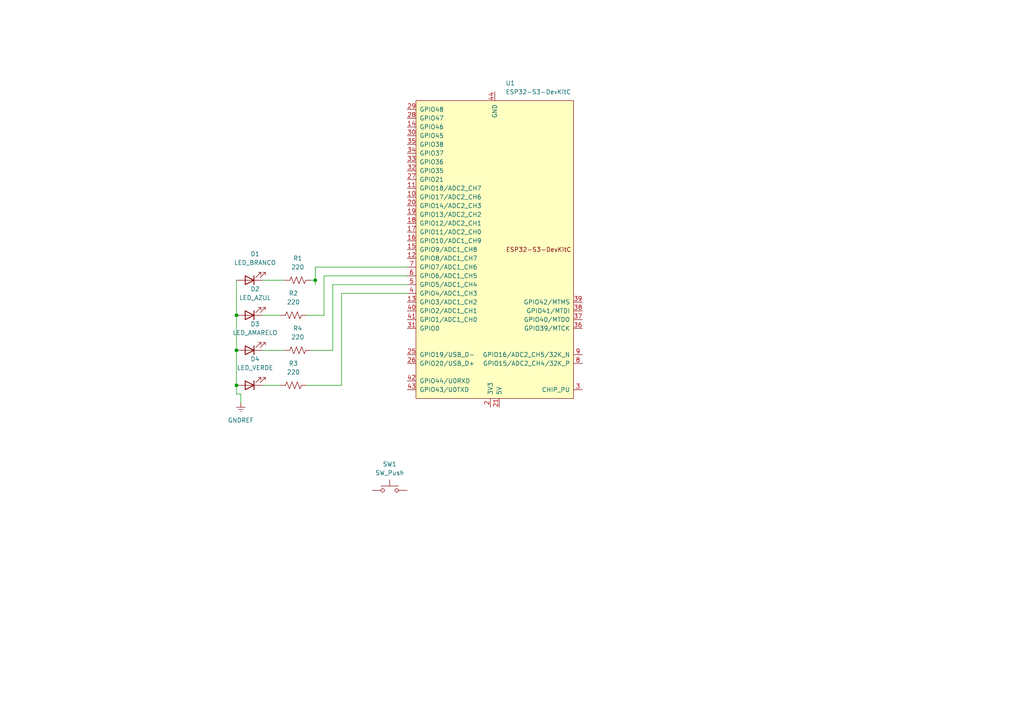
<source format=kicad_sch>
(kicad_sch (version 20250114) (generator "eeschema") (generator_version "9.0")
  (paper "A4")
  (title_block (title "SystemEmbebbed ATV03") (date "2025-04-30") (rev "V 0.0.01") (company "Adriel Cassimiro "))
  (lib_symbols
    (symbol "Device:LED" (pin_numbers (hide yes)) (pin_names (offset 1.016) (hide yes))
      (property "Reference" "D" (at 0 2.54 0))
      (property "Value" "LED" (at 0 -2.54 0))
      (symbol "LED_0_1"
        (polyline (pts (xy -3.048 -0.762) (xy -4.572 -2.286) (xy -3.81 -2.286) (xy -4.572 -2.286) (xy -4.572 -1.524)))
        (polyline (pts (xy -1.778 -0.762) (xy -3.302 -2.286) (xy -2.54 -2.286) (xy -3.302 -2.286) (xy -3.302 -1.524)))
        (polyline (pts (xy -1.27 0) (xy 1.27 0)))
        (polyline (pts (xy -1.27 -1.27) (xy -1.27 1.27)) (stroke (width 0.254)))
        (polyline (pts (xy 1.27 -1.27) (xy 1.27 1.27) (xy -1.27 0) (xy 1.27 -1.27)) (stroke (width 0.254)))
      )
      (symbol "LED_1_1"
        (pin passive line (at -3.81 0 0) (length 2.54) (name "K") (number "1"))
        (pin passive line (at 3.81 0 180) (length 2.54) (name "A") (number "2"))
      )
    )
    (symbol "Device:R_US" (pin_numbers (hide yes)) (pin_names (offset 0))
      (property "Reference" "R" (at 2.54 0 90))
      (property "Value" "R_US" (at -2.54 0 90))
      (symbol "R_US_0_1"
        (polyline (pts (xy 0 2.286) (xy 0 2.54)))
        (polyline (pts (xy 0 2.286) (xy 1.016 1.905) (xy 0 1.524) (xy -1.016 1.143) (xy 0 0.762)))
        (polyline (pts (xy 0 0.762) (xy 1.016 0.381) (xy 0 0) (xy -1.016 -0.381) (xy 0 -0.762)))
        (polyline (pts (xy 0 -0.762) (xy 1.016 -1.143) (xy 0 -1.524) (xy -1.016 -1.905) (xy 0 -2.286)))
        (polyline (pts (xy 0 -2.286) (xy 0 -2.54)))
      )
      (symbol "R_US_1_1"
        (pin passive line (at 0 3.81 270) (length 1.27) (name "~") (number "1"))
        (pin passive line (at 0 -3.81 90) (length 1.27) (name "~") (number "2"))
      )
    )
    (symbol "PCM_Espressif:ESP32-S3-DevKitC" (pin_names (offset 1.016))
      (property "Reference" "U" (at -22.86 48.26 0))
      (property "Value" "ESP32-S3-DevKitC" (at -22.86 45.72 0))
      (symbol "ESP32-S3-DevKitC_0_0"
        (text "ESP32-S3-DevKitC" (at -12.7 0 0) (effects (font (size 1.27 1.27))))
        (pin bidirectional line (at -25.4 15.24 0) (length 2.54) (name "GPIO42/MTMS") (number "39"))
        (pin power_in line (at 0 -45.72 90) (length 2.54) (name "GND") (number "44"))
        (pin bidirectional line (at 25.4 40.64 180) (length 2.54) (name "GPIO43/U0TXD") (number "43"))
        (pin bidirectional line (at 25.4 38.1 180) (length 2.54) (name "GPIO44/U0RXD") (number "42"))
        (pin bidirectional line (at 25.4 20.32 180) (length 2.54) (name "GPIO1/ADC1_CH0") (number "41"))
        (pin bidirectional line (at 25.4 17.78 180) (length 2.54) (name "GPIO2/ADC1_CH1") (number "40"))
        (pin bidirectional line (at 25.4 -10.16 180) (length 2.54) (name "GPIO13/ADC2_CH2") (number "19"))
        (pin bidirectional line (at 25.4 -35.56 180) (length 2.54) (name "GPIO46") (number "14"))
      )
      (symbol "ESP32-S3-DevKitC_0_1"
        (rectangle (start -22.86 43.18) (end 22.86 -43.18) (fill (type background)))
        (pin power_in line (at 1.27 45.72 270) (length 2.54) (name "3V3") (number "2"))
      )
      (symbol "ESP32-S3-DevKitC_1_1"
        (pin input line (at -25.4 40.64 0) (length 2.54) (name "CHIP_PU") (number "3"))
        (pin bidirectional line (at -25.4 33.02 0) (length 2.54) (name "GPIO15/ADC2_CH4/32K_P") (number "8"))
        (pin bidirectional line (at -25.4 30.48 0) (length 2.54) (name "GPIO16/ADC2_CH5/32K_N") (number "9"))
        (pin bidirectional line (at -25.4 22.86 0) (length 2.54) (name "GPIO39/MTCK") (number "36"))
        (pin bidirectional line (at -25.4 20.32 0) (length 2.54) (name "GPIO40/MTDO") (number "37"))
        (pin bidirectional line (at -25.4 17.78 0) (length 2.54) (name "GPIO41/MTDI") (number "38"))
        (pin power_in line (at -1.27 45.72 270) (length 2.54) (name "5V") (number "21"))
        (pin passive line (at 0 -45.72 90) (length 2.54) (hide yes) (name "GND") (number "22"))
        (pin passive line (at 0 -45.72 90) (length 2.54) (hide yes) (name "GND") (number "23"))
        (pin passive line (at 0 -45.72 90) (length 2.54) (hide yes) (name "GND") (number "24"))
        (pin passive line (at 1.27 45.72 270) (length 2.54) (hide yes) (name "3V3") (number "1"))
        (pin bidirectional line (at 25.4 33.02 180) (length 2.54) (name "GPIO20/USB_D+") (number "26"))
        (pin bidirectional line (at 25.4 30.48 180) (length 2.54) (name "GPIO19/USB_D-") (number "25"))
        (pin bidirectional line (at 25.4 22.86 180) (length 2.54) (name "GPIO0") (number "31"))
        (pin bidirectional line (at 25.4 15.24 180) (length 2.54) (name "GPIO3/ADC1_CH2") (number "13"))
        (pin bidirectional line (at 25.4 12.7 180) (length 2.54) (name "GPIO4/ADC1_CH3") (number "4"))
        (pin bidirectional line (at 25.4 10.16 180) (length 2.54) (name "GPIO5/ADC1_CH4") (number "5"))
        (pin bidirectional line (at 25.4 7.62 180) (length 2.54) (name "GPIO6/ADC1_CH5") (number "6"))
        (pin bidirectional line (at 25.4 5.08 180) (length 2.54) (name "GPIO7/ADC1_CH6") (number "7"))
        (pin bidirectional line (at 25.4 2.54 180) (length 2.54) (name "GPIO8/ADC1_CH7") (number "12"))
        (pin bidirectional line (at 25.4 0 180) (length 2.54) (name "GPIO9/ADC1_CH8") (number "15"))
        (pin bidirectional line (at 25.4 -2.54 180) (length 2.54) (name "GPIO10/ADC1_CH9") (number "16"))
        (pin bidirectional line (at 25.4 -5.08 180) (length 2.54) (name "GPIO11/ADC2_CH0") (number "17"))
        (pin bidirectional line (at 25.4 -7.62 180) (length 2.54) (name "GPIO12/ADC2_CH1") (number "18"))
        (pin bidirectional line (at 25.4 -12.7 180) (length 2.54) (name "GPIO14/ADC2_CH3") (number "20"))
        (pin bidirectional line (at 25.4 -15.24 180) (length 2.54) (name "GPIO17/ADC2_CH6") (number "10"))
        (pin bidirectional line (at 25.4 -17.78 180) (length 2.54) (name "GPIO18/ADC2_CH7") (number "11"))
        (pin bidirectional line (at 25.4 -20.32 180) (length 2.54) (name "GPIO21") (number "27"))
        (pin bidirectional line (at 25.4 -22.86 180) (length 2.54) (name "GPIO35") (number "32"))
        (pin bidirectional line (at 25.4 -25.4 180) (length 2.54) (name "GPIO36") (number "33"))
        (pin bidirectional line (at 25.4 -27.94 180) (length 2.54) (name "GPIO37") (number "34"))
        (pin bidirectional line (at 25.4 -30.48 180) (length 2.54) (name "GPIO38") (number "35"))
        (pin bidirectional line (at 25.4 -33.02 180) (length 2.54) (name "GPIO45") (number "30"))
        (pin bidirectional line (at 25.4 -38.1 180) (length 2.54) (name "GPIO47") (number "28"))
        (pin bidirectional line (at 25.4 -40.64 180) (length 2.54) (name "GPIO48") (number "29"))
      )
    )
    (symbol "Switch:SW_Push" (pin_numbers (hide yes)) (pin_names (offset 1.016) (hide yes))
      (property "Reference" "SW" (at 1.27 2.54 0))
      (property "Value" "SW_Push" (at 0 -1.524 0))
      (symbol "SW_Push_0_1"
        (circle (center -2.032 0) (radius 0.508))
        (polyline (pts (xy 0 1.27) (xy 0 3.048)))
        (circle (center 2.032 0) (radius 0.508))
        (polyline (pts (xy 2.54 1.27) (xy -2.54 1.27)))
        (pin passive line (at -5.08 0 0) (length 2.54) (name "1") (number "1"))
        (pin passive line (at 5.08 0 180) (length 2.54) (name "2") (number "2"))
      )
    )
    (symbol "power:GNDREF" (power) (pin_numbers (hide yes)) (pin_names (offset 0) (hide yes))
      (property "Value" "GNDREF" (at 0 -3.81 0))
      (symbol "GNDREF_0_1"
        (polyline (pts (xy -0.635 -1.905) (xy 0.635 -1.905)))
        (polyline (pts (xy -0.127 -2.54) (xy 0.127 -2.54)))
        (polyline (pts (xy 0 -1.27) (xy 0 0)))
        (polyline (pts (xy 1.27 -1.27) (xy -1.27 -1.27)))
      )
      (symbol "GNDREF_1_1"
        (pin power_in line (at 0 0 270) (length 0) (name "~") (number "1"))
      )
    )
  )
  (junction (at 68.58 91.44))
  (junction (at 91.44 81.28))
  (junction (at 68.58 111.76))
  (junction (at 68.58 101.6))
  (wire (pts (xy 76.2 101.6) (xy 82.55 101.6)))
  (wire (pts (xy 68.58 101.6) (xy 68.58 111.76)))
  (wire (pts (xy 76.2 81.28) (xy 82.55 81.28)))
  (wire (pts (xy 99.06 111.76) (xy 88.9 111.76)))
  (wire (pts (xy 68.58 91.44) (xy 68.58 101.6)))
  (wire (pts (xy 68.58 111.76) (xy 68.58 114.3)))
  (wire (pts (xy 76.2 91.44) (xy 81.28 91.44)))
  (wire (pts (xy 68.58 81.28) (xy 68.58 91.44)))
  (wire (pts (xy 69.85 114.3) (xy 69.85 116.84)))
  (wire (pts (xy 68.58 114.3) (xy 69.85 114.3)))
  (wire (pts (xy 88.9 91.44) (xy 93.98 91.44)))
  (wire (pts (xy 76.2 111.76) (xy 81.28 111.76)))
  (wire (pts (xy 91.44 77.47) (xy 91.44 81.28)))
  (wire (pts (xy 90.17 101.6) (xy 96.52 101.6)))
  (wire (pts (xy 96.52 82.55) (xy 96.52 101.6)))
  (wire (pts (xy 91.44 81.28) (xy 91.44 82.55)))
  (wire (pts (xy 91.44 81.28) (xy 90.17 81.28)))
  (wire (pts (xy 93.98 80.01) (xy 93.98 91.44)))
  (wire (pts (xy 118.11 77.47) (xy 91.44 77.47)))
  (wire (pts (xy 99.06 85.09) (xy 99.06 111.76)))
  (wire (pts (xy 118.11 80.01) (xy 93.98 80.01)))
  (wire (pts (xy 118.11 85.09) (xy 99.06 85.09)))
  (wire (pts (xy 118.11 82.55) (xy 96.52 82.55)))
  (symbol (lib_id "Device:R_US") (at 85.09 91.44 90) (unit 1)
    (property "Reference" "R2" (at 85.09 85.09 90))
    (property "Value" "220" (at 85.09 87.63 90))
    (property "Description" "Resistor, US symbol" (effects (hide yes)))
  )
  (symbol (lib_id "Device:LED") (at 72.39 101.6 180) (unit 1)
    (property "Reference" "D3" (at 73.9775 93.98 0))
    (property "Value" "LED_AMARELO" (at 73.9775 96.52 0))
    (property "Description" "Light emitting diode" (effects (hide yes)))
    (property "Sim.Pins" "1=K 2=A" (effects (hide yes)))
  )
  (symbol (lib_id "Device:R_US") (at 86.36 81.28 90) (unit 1)
    (property "Reference" "R1" (at 86.36 74.93 90))
    (property "Value" "220" (at 86.36 77.47 90))
    (property "Description" "Resistor, US symbol" (effects (hide yes)))
  )
  (symbol (lib_id "power:GNDREF") (at 69.85 116.84 0) (unit 1)
    (property "Reference" "#PWR01" (effects (hide yes)))
    (property "Value" "GNDREF" (at 69.85 121.92 0))
    (property "Description" "Power symbol creates a global label with name \"GNDREF\" , reference supply ground" (effects (hide yes)))
  )
  (symbol (lib_id "Switch:SW_Push") (at 113.03 142.24 0) (unit 1)
    (property "Reference" "SW1" (at 113.03 134.62 0))
    (property "Value" "SW_Push" (at 113.03 137.16 0))
    (property "Description" "Push button switch, generic, two pins" (effects (hide yes)))
  )
  (symbol (lib_id "Device:LED") (at 72.39 91.44 180) (unit 1)
    (property "Reference" "D2" (at 73.9775 83.82 0))
    (property "Value" "LED_AZUL" (at 73.9775 86.36 0))
    (property "Description" "Light emitting diode" (effects (hide yes)))
    (property "Sim.Pins" "1=K 2=A" (effects (hide yes)))
  )
  (symbol (lib_id "Device:R_US") (at 85.09 111.76 90) (unit 1)
    (property "Reference" "R3" (at 85.09 105.41 90))
    (property "Value" "220" (at 85.09 107.95 90))
    (property "Description" "Resistor, US symbol" (effects (hide yes)))
  )
  (symbol (lib_id "Device:LED") (at 72.39 111.76 180) (unit 1)
    (property "Reference" "D4" (at 73.9775 104.14 0))
    (property "Value" "LED_VERDE" (at 73.9775 106.68 0))
    (property "Description" "Light emitting diode" (effects (hide yes)))
    (property "Sim.Pins" "1=K 2=A" (effects (hide yes)))
  )
  (symbol (lib_id "PCM_Espressif:ESP32-S3-DevKitC") (at 143.51 72.39 180) (unit 1)
    (property "Reference" "U1" (at 146.6281 24.13 0) (effects (justify right)))
    (property "Value" "ESP32-S3-DevKitC" (at 146.6281 26.67 0) (effects (justify right)))
    (property "Footprint" "PCM_Espressif:ESP32-S3-DevKitC" (effects (hide yes)))
    (property "Description" "ESP32-S3-DevKitC" (effects (hide yes)))
  )
  (symbol (lib_id "Device:R_US") (at 86.36 101.6 90) (unit 1)
    (property "Reference" "R4" (at 86.36 95.25 90))
    (property "Value" "220" (at 86.36 97.79 90))
    (property "Description" "Resistor, US symbol" (effects (hide yes)))
  )
  (symbol (lib_id "Device:LED") (at 72.39 81.28 180) (unit 1)
    (property "Reference" "D1" (at 73.9775 73.66 0))
    (property "Value" "LED_BRANCO" (at 73.9775 76.2 0))
    (property "Description" "Light emitting diode" (effects (hide yes)))
    (property "Sim.Pins" "1=K 2=A" (effects (hide yes)))
  )
)
</source>
